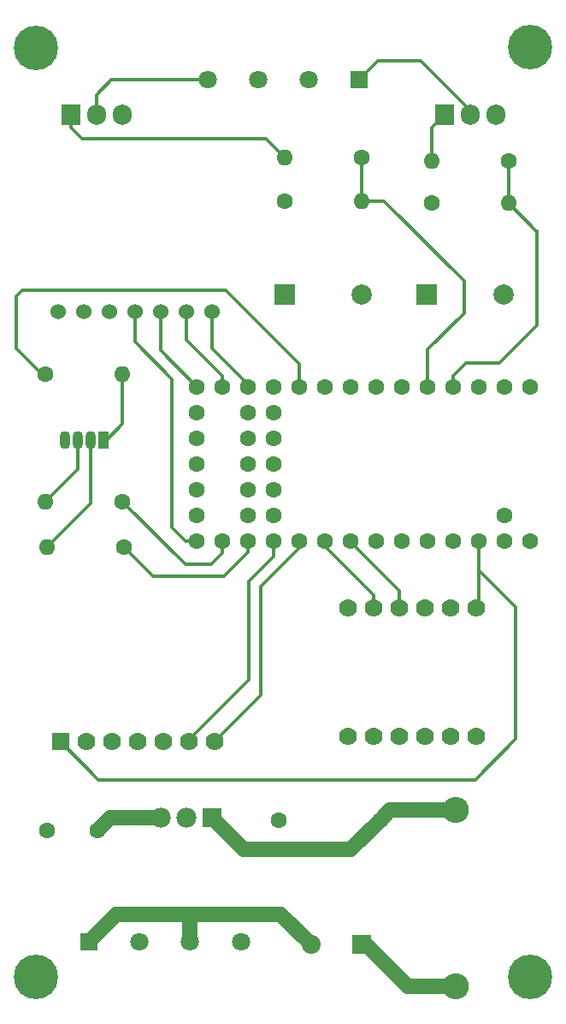
<source format=gbr>
%TF.GenerationSoftware,KiCad,Pcbnew,(6.0.1)*%
%TF.CreationDate,2022-04-27T15:56:50+10:00*%
%TF.ProjectId,bellerophon,62656c6c-6572-46f7-9068-6f6e2e6b6963,rev?*%
%TF.SameCoordinates,Original*%
%TF.FileFunction,Copper,L1,Top*%
%TF.FilePolarity,Positive*%
%FSLAX46Y46*%
G04 Gerber Fmt 4.6, Leading zero omitted, Abs format (unit mm)*
G04 Created by KiCad (PCBNEW (6.0.1)) date 2022-04-27 15:56:50*
%MOMM*%
%LPD*%
G01*
G04 APERTURE LIST*
%TA.AperFunction,ComponentPad*%
%ADD10R,1.905000X2.000000*%
%TD*%
%TA.AperFunction,ComponentPad*%
%ADD11O,1.905000X2.000000*%
%TD*%
%TA.AperFunction,ComponentPad*%
%ADD12C,4.400000*%
%TD*%
%TA.AperFunction,ComponentPad*%
%ADD13O,2.600000X2.600000*%
%TD*%
%TA.AperFunction,ComponentPad*%
%ADD14C,1.600000*%
%TD*%
%TA.AperFunction,ComponentPad*%
%ADD15O,1.600000X1.600000*%
%TD*%
%TA.AperFunction,ComponentPad*%
%ADD16R,1.070000X1.800000*%
%TD*%
%TA.AperFunction,ComponentPad*%
%ADD17O,1.070000X1.800000*%
%TD*%
%TA.AperFunction,ComponentPad*%
%ADD18R,1.980000X1.980000*%
%TD*%
%TA.AperFunction,ComponentPad*%
%ADD19C,1.980000*%
%TD*%
%TA.AperFunction,ComponentPad*%
%ADD20R,1.800000X1.800000*%
%TD*%
%TA.AperFunction,ComponentPad*%
%ADD21C,1.800000*%
%TD*%
%TA.AperFunction,ComponentPad*%
%ADD22C,1.524000*%
%TD*%
%TA.AperFunction,ComponentPad*%
%ADD23R,1.778000X1.778000*%
%TD*%
%TA.AperFunction,ComponentPad*%
%ADD24C,1.778000*%
%TD*%
%TA.AperFunction,ComponentPad*%
%ADD25R,2.000000X2.000000*%
%TD*%
%TA.AperFunction,ComponentPad*%
%ADD26C,2.000000*%
%TD*%
%TA.AperFunction,ComponentPad*%
%ADD27R,1.875000X1.875000*%
%TD*%
%TA.AperFunction,ComponentPad*%
%ADD28C,1.875000*%
%TD*%
%TA.AperFunction,Conductor*%
%ADD29C,1.500000*%
%TD*%
%TA.AperFunction,Conductor*%
%ADD30C,0.300000*%
%TD*%
G04 APERTURE END LIST*
D10*
%TO.P,Q1,1,G*%
%TO.N,Net-(Q1-Pad1)*%
X168460000Y-57745000D03*
D11*
%TO.P,Q1,2,D*%
%TO.N,Net-(PYRO1-Pad1)*%
X171000000Y-57745000D03*
%TO.P,Q1,3,S*%
%TO.N,GND*%
X173540000Y-57745000D03*
%TD*%
D12*
%TO.P,H1,1,1*%
%TO.N,GND*%
X128000000Y-143000000D03*
%TD*%
D13*
%TO.P,D2,1,K*%
%TO.N,Net-(D2-Pad1)*%
X169600000Y-143950000D03*
%TO.P,D2,2,A*%
%TO.N,BATT+*%
X169600000Y-126500000D03*
%TD*%
D14*
%TO.P,R6,1*%
%TO.N,GND*%
X152690000Y-66300000D03*
D15*
%TO.P,R6,2*%
%TO.N,/PY2*%
X160310000Y-66300000D03*
%TD*%
D16*
%TO.P,D1,1,BA*%
%TO.N,Net-(D1-Pad1)*%
X134700000Y-89900000D03*
D17*
%TO.P,D1,2,GA*%
%TO.N,Net-(D1-Pad2)*%
X133430000Y-89900000D03*
%TO.P,D1,3,RA*%
%TO.N,Net-(D1-Pad3)*%
X132160000Y-89900000D03*
%TO.P,D1,4,K*%
%TO.N,GND*%
X130890000Y-89900000D03*
%TD*%
D14*
%TO.P,R3,1*%
%TO.N,RGB3*%
X128990000Y-83400000D03*
D15*
%TO.P,R3,2*%
%TO.N,Net-(D1-Pad1)*%
X136610000Y-83400000D03*
%TD*%
D18*
%TO.P,IC1,1,INPUT*%
%TO.N,BATT+*%
X145450000Y-127230000D03*
D19*
%TO.P,IC1,2,GND*%
%TO.N,GND*%
X142900000Y-127230000D03*
%TO.P,IC1,3,OUTPUT*%
%TO.N,+5V*%
X140350000Y-127230000D03*
%TD*%
D14*
%TO.P,R7,1*%
%TO.N,/PY2*%
X160310000Y-62000000D03*
D15*
%TO.P,R7,2*%
%TO.N,Net-(Q2-Pad1)*%
X152690000Y-62000000D03*
%TD*%
D12*
%TO.P,H4,1,1*%
%TO.N,GND*%
X177000000Y-51021320D03*
%TD*%
D20*
%TO.P,PYRO1,1,Pin_1*%
%TO.N,Net-(PYRO1-Pad1)*%
X160000000Y-54300000D03*
D21*
%TO.P,PYRO1,2,Pin_2*%
%TO.N,BATT+*%
X155000000Y-54300000D03*
%TO.P,PYRO1,3,Pin_3*%
X150000000Y-54300000D03*
%TO.P,PYRO1,4,Pin_4*%
%TO.N,Net-(PYRO1-Pad4)*%
X145000000Y-54300000D03*
%TD*%
D12*
%TO.P,H2,1,1*%
%TO.N,GND*%
X177000000Y-143000000D03*
%TD*%
%TO.P,H3,1,1*%
%TO.N,GND*%
X128000000Y-51121320D03*
%TD*%
D22*
%TO.P,U3,1,V_in*%
%TO.N,+3.3V*%
X130180000Y-77250000D03*
%TO.P,U3,2,3.3V_out*%
%TO.N,unconnected-(U3-Pad2)*%
X132720000Y-77250000D03*
%TO.P,U3,3,GND*%
%TO.N,GND*%
X135260000Y-77250000D03*
%TO.P,U3,4,SCK*%
%TO.N,/SCK*%
X137800000Y-77250000D03*
%TO.P,U3,5,MISO*%
%TO.N,/MISO*%
X140340000Y-77250000D03*
%TO.P,U3,6,MOSI*%
%TO.N,/MOSI*%
X142880000Y-77250000D03*
%TO.P,U3,7,SS*%
%TO.N,/CS*%
X145420000Y-77250000D03*
%TD*%
D14*
%TO.P,C1,1*%
%TO.N,BATT+*%
X162100000Y-127500000D03*
%TO.P,C1,2*%
%TO.N,GND*%
X152100000Y-127500000D03*
%TD*%
D10*
%TO.P,Q2,1,G*%
%TO.N,Net-(Q2-Pad1)*%
X131500000Y-57745000D03*
D11*
%TO.P,Q2,2,D*%
%TO.N,Net-(PYRO1-Pad4)*%
X134040000Y-57745000D03*
%TO.P,Q2,3,S*%
%TO.N,GND*%
X136580000Y-57745000D03*
%TD*%
D23*
%TO.P,IC2,1,Vin*%
%TO.N,+3.3V*%
X130480000Y-119740000D03*
D24*
%TO.P,IC2,2,GND*%
%TO.N,GND*%
X133020000Y-119740000D03*
%TO.P,IC2,3,3vo*%
%TO.N,unconnected-(IC2-Pad3)*%
X135560000Y-119740000D03*
%TO.P,IC2,4,INT2*%
%TO.N,unconnected-(IC2-Pad4)*%
X138100000Y-119740000D03*
%TO.P,IC2,5,INT1*%
%TO.N,unconnected-(IC2-Pad5)*%
X140640000Y-119740000D03*
%TO.P,IC2,6,SCL*%
%TO.N,MPL3115A2 SCL*%
X143180000Y-119740000D03*
%TO.P,IC2,7,SDA*%
%TO.N,MPL3115A2 SDA*%
X145720000Y-119740000D03*
%TD*%
D25*
%TO.P,BZ1,1,-*%
%TO.N,BZR1*%
X152700000Y-75500000D03*
D26*
%TO.P,BZ1,2,+*%
%TO.N,GND*%
X160300000Y-75500000D03*
%TD*%
D25*
%TO.P,BZ2,1,-*%
%TO.N,BZR2*%
X166700000Y-75500000D03*
D26*
%TO.P,BZ2,2,+*%
%TO.N,GND*%
X174300000Y-75500000D03*
%TD*%
D14*
%TO.P,R2,1*%
%TO.N,RGB2*%
X136700000Y-100500000D03*
D15*
%TO.P,R2,2*%
%TO.N,Net-(D1-Pad2)*%
X129080000Y-100500000D03*
%TD*%
D14*
%TO.P,R1,1*%
%TO.N,RGB1*%
X136610000Y-96000000D03*
D15*
%TO.P,R1,2*%
%TO.N,Net-(D1-Pad3)*%
X128990000Y-96000000D03*
%TD*%
D14*
%TO.P,R4,1*%
%TO.N,GND*%
X167200000Y-66500000D03*
D15*
%TO.P,R4,2*%
%TO.N,/PY1*%
X174820000Y-66500000D03*
%TD*%
D20*
%TO.P,BATT1,1,Pin_1*%
%TO.N,Net-(BATT1-Pad1)*%
X133300000Y-139500000D03*
D21*
%TO.P,BATT1,2,Pin_2*%
%TO.N,GND*%
X138300000Y-139500000D03*
%TO.P,BATT1,3,Pin_3*%
%TO.N,Net-(BATT1-Pad1)*%
X143300000Y-139500000D03*
%TO.P,BATT1,4,Pin_4*%
%TO.N,GND*%
X148300000Y-139500000D03*
%TD*%
D27*
%TO.P,SWITCH1,1,Pin_1*%
%TO.N,Net-(D2-Pad1)*%
X160250000Y-139800000D03*
D28*
%TO.P,SWITCH1,2,Pin_2*%
%TO.N,Net-(BATT1-Pad1)*%
X155250000Y-139800000D03*
%TD*%
D14*
%TO.P,U2,1,GND*%
%TO.N,GND*%
X176975000Y-84680000D03*
%TO.P,U2,2,0_RX1_CRX2_CS1*%
%TO.N,unconnected-(U2-Pad2)*%
X174435000Y-84680000D03*
%TO.P,U2,3,1_TX1_CTX2_MISO1*%
%TO.N,unconnected-(U2-Pad3)*%
X171895000Y-84680000D03*
%TO.P,U2,4,2_OUT2*%
%TO.N,/PY1*%
X169355000Y-84680000D03*
%TO.P,U2,5,3_LRCLK2*%
%TO.N,/PY2*%
X166815000Y-84680000D03*
%TO.P,U2,6,4_BCLK2*%
%TO.N,unconnected-(U2-Pad6)*%
X164275000Y-84680000D03*
%TO.P,U2,7,5_IN2*%
%TO.N,unconnected-(U2-Pad7)*%
X161735000Y-84680000D03*
%TO.P,U2,8,6_OUT1D*%
%TO.N,BZR2*%
X159195000Y-84680000D03*
%TO.P,U2,9,7_RX2_OUT1A*%
%TO.N,BZR1*%
X156655000Y-84680000D03*
%TO.P,U2,10,8_TX2_IN1*%
%TO.N,RGB3*%
X154115000Y-84680000D03*
%TO.P,U2,11,9_OUT1C*%
%TO.N,unconnected-(U2-Pad11)*%
X151575000Y-84680000D03*
%TO.P,U2,12,10_CS_MQSR*%
%TO.N,/CS*%
X149035000Y-84680000D03*
%TO.P,U2,13,11_MOSI_CTX1*%
%TO.N,/MOSI*%
X146495000Y-84680000D03*
%TO.P,U2,14,12_MISO_MQSL*%
%TO.N,/MISO*%
X143955000Y-84680000D03*
%TO.P,U2,15,VBAT*%
%TO.N,unconnected-(U2-Pad15)*%
X143955000Y-87220000D03*
%TO.P,U2,16,3V3*%
%TO.N,unconnected-(U2-Pad16)*%
X143955000Y-89760000D03*
%TO.P,U2,17,GND*%
%TO.N,unconnected-(U2-Pad17)*%
X143955000Y-92300000D03*
%TO.P,U2,18,PROGRAM*%
%TO.N,unconnected-(U2-Pad18)*%
X143955000Y-94840000D03*
%TO.P,U2,19,ON_OFF*%
%TO.N,unconnected-(U2-Pad19)*%
X143955000Y-97380000D03*
%TO.P,U2,20,13_SCK_CRX1_LED*%
%TO.N,/SCK*%
X143955000Y-99920000D03*
%TO.P,U2,21,14_A0_TX3_SPDIF_OUT*%
%TO.N,RGB1*%
X146495000Y-99920000D03*
%TO.P,U2,22,15_A1_RX3_SPDIF_IN*%
%TO.N,RGB2*%
X149035000Y-99920000D03*
%TO.P,U2,23,16_A2_RX4_SCL1*%
%TO.N,MPL3115A2 SCL*%
X151575000Y-99920000D03*
%TO.P,U2,24,17_A3_TX4_SDA1*%
%TO.N,MPL3115A2 SDA*%
X154115000Y-99920000D03*
%TO.P,U2,25,18_A4_SDA0*%
%TO.N,/SDA0*%
X156655000Y-99920000D03*
%TO.P,U2,26,19_A5_SCL0*%
%TO.N,/SCL0*%
X159195000Y-99920000D03*
%TO.P,U2,27,20_A6_TX5_LRCLK1*%
%TO.N,unconnected-(U2-Pad27)*%
X161735000Y-99920000D03*
%TO.P,U2,28,21_A7_RX5_BCLK1*%
%TO.N,unconnected-(U2-Pad28)*%
X164275000Y-99920000D03*
%TO.P,U2,29,22_A8_CTX1*%
%TO.N,unconnected-(U2-Pad29)*%
X166815000Y-99920000D03*
%TO.P,U2,30,23_A9_CRX1_MCLK1*%
%TO.N,unconnected-(U2-Pad30)*%
X169355000Y-99920000D03*
%TO.P,U2,31,3V3*%
%TO.N,+3.3V*%
X171895000Y-99920000D03*
%TO.P,U2,32,GND*%
%TO.N,GND*%
X174435000Y-99920000D03*
%TO.P,U2,33,VIN*%
%TO.N,+5V*%
X176975000Y-99920000D03*
%TO.P,U2,34,VUSB*%
%TO.N,unconnected-(U2-Pad34)*%
X174435000Y-97380000D03*
%TO.P,U2,35,24_A10_TX6_SCL2*%
%TO.N,unconnected-(U2-Pad35)*%
X149035000Y-97380000D03*
%TO.P,U2,36,25_A11_RX6_SDA2*%
%TO.N,unconnected-(U2-Pad36)*%
X151575000Y-97380000D03*
%TO.P,U2,37,26_A12_MOSI1*%
%TO.N,unconnected-(U2-Pad37)*%
X149035000Y-94840000D03*
%TO.P,U2,38,27_A13_SCK1*%
%TO.N,unconnected-(U2-Pad38)*%
X151575000Y-94840000D03*
%TO.P,U2,39,28_RX7*%
%TO.N,unconnected-(U2-Pad39)*%
X149035000Y-92300000D03*
%TO.P,U2,40,29_TX7*%
%TO.N,unconnected-(U2-Pad40)*%
X151575000Y-92300000D03*
%TO.P,U2,41,30_CRX3*%
%TO.N,unconnected-(U2-Pad41)*%
X149035000Y-89760000D03*
%TO.P,U2,42,31_CTX3*%
%TO.N,unconnected-(U2-Pad42)*%
X151575000Y-89760000D03*
%TO.P,U2,43,32_OUT1B*%
%TO.N,unconnected-(U2-Pad43)*%
X149035000Y-87220000D03*
%TO.P,U2,44,33_MCLK2*%
%TO.N,unconnected-(U2-Pad44)*%
X151575000Y-87220000D03*
%TD*%
%TO.P,R5,1*%
%TO.N,/PY1*%
X174800000Y-62300000D03*
D15*
%TO.P,R5,2*%
%TO.N,Net-(Q1-Pad1)*%
X167180000Y-62300000D03*
%TD*%
D14*
%TO.P,C2,1*%
%TO.N,+5V*%
X134100000Y-128500000D03*
%TO.P,C2,2*%
%TO.N,GND*%
X129100000Y-128500000D03*
%TD*%
D24*
%TO.P,U1,1,VIN*%
%TO.N,+3.3V*%
X171664988Y-106494475D03*
%TO.P,U1,2,1.8V_OUT*%
%TO.N,unconnected-(U1-Pad2)*%
X169124988Y-106494475D03*
%TO.P,U1,3,GND*%
%TO.N,GND*%
X166584988Y-106494475D03*
%TO.P,U1,4,SCL*%
%TO.N,/SCL0*%
X164044988Y-106494475D03*
%TO.P,U1,5,SDA*%
%TO.N,/SDA0*%
X161504988Y-106494475D03*
%TO.P,U1,6,INT*%
%TO.N,unconnected-(U1-Pad6)*%
X158964988Y-106494475D03*
%TO.P,U1,7,FS*%
%TO.N,unconnected-(U1-Pad7)*%
X171664988Y-119194475D03*
%TO.P,U1,8,AD*%
%TO.N,unconnected-(U1-Pad8)*%
X169124988Y-119194475D03*
%TO.P,U1,9,AC*%
%TO.N,unconnected-(U1-Pad9)*%
X166584988Y-119194475D03*
%TO.P,U1,10,G*%
%TO.N,unconnected-(U1-Pad10)*%
X164044988Y-119194475D03*
%TO.P,U1,11,SDO*%
%TO.N,unconnected-(U1-Pad11)*%
X161504988Y-119194475D03*
%TO.P,U1,12,CS*%
%TO.N,unconnected-(U1-Pad12)*%
X158964988Y-119194475D03*
%TD*%
D29*
%TO.N,+5V*%
X135370000Y-127230000D02*
X134100000Y-128500000D01*
X140350000Y-127230000D02*
X135370000Y-127230000D01*
D30*
%TO.N,Net-(D1-Pad1)*%
X136610000Y-83400000D02*
X136610000Y-88304520D01*
X136610000Y-88304520D02*
X135014520Y-89900000D01*
%TO.N,Net-(D1-Pad2)*%
X133430000Y-96150000D02*
X133430000Y-89900000D01*
X129080000Y-100500000D02*
X133430000Y-96150000D01*
%TO.N,Net-(D1-Pad3)*%
X132160000Y-92830000D02*
X132160000Y-89900000D01*
X128990000Y-96000000D02*
X132160000Y-92830000D01*
%TO.N,+3.3V*%
X171900000Y-106259463D02*
X171900000Y-102800000D01*
X175500000Y-110329487D02*
X175500000Y-106400000D01*
X171500000Y-123500000D02*
X175500000Y-119500000D01*
X134240000Y-123500000D02*
X171500000Y-123500000D01*
X175500000Y-106400000D02*
X171900000Y-102800000D01*
X171900000Y-102800000D02*
X171900000Y-99925000D01*
X175500000Y-119500000D02*
X175500000Y-110329487D01*
X171664988Y-106494475D02*
X171900000Y-106259463D01*
X130480000Y-119740000D02*
X134240000Y-123500000D01*
%TO.N,MPL3115A2 SCL*%
X143180000Y-119520000D02*
X143180000Y-119740000D01*
X149100000Y-103900000D02*
X149100000Y-113600000D01*
X149100000Y-113600000D02*
X143180000Y-119520000D01*
X151575000Y-101425000D02*
X149100000Y-103900000D01*
X151575000Y-99920000D02*
X151575000Y-101425000D01*
%TO.N,MPL3115A2 SDA*%
X150300000Y-115160000D02*
X145720000Y-119740000D01*
X150300000Y-104400000D02*
X150300000Y-115160000D01*
X154115000Y-99920000D02*
X154115000Y-100585000D01*
X154115000Y-100585000D02*
X150300000Y-104400000D01*
%TO.N,Net-(Q1-Pad1)*%
X167180000Y-59025000D02*
X168460000Y-57745000D01*
X167180000Y-62300000D02*
X167180000Y-59025000D01*
%TO.N,Net-(Q2-Pad1)*%
X132555000Y-60100000D02*
X131500000Y-59045000D01*
X152690000Y-62000000D02*
X150790000Y-60100000D01*
X131500000Y-59045000D02*
X131500000Y-57745000D01*
X150790000Y-60100000D02*
X132555000Y-60100000D01*
%TO.N,RGB1*%
X145400000Y-102200000D02*
X142810000Y-102200000D01*
X146495000Y-101105000D02*
X145400000Y-102200000D01*
X142810000Y-102200000D02*
X136610000Y-96000000D01*
X146495000Y-99920000D02*
X146495000Y-101105000D01*
%TO.N,RGB2*%
X149035000Y-99920000D02*
X149035000Y-101051370D01*
X146686850Y-103399520D02*
X139599520Y-103399520D01*
X149035000Y-101051370D02*
X146686850Y-103399520D01*
X139599520Y-103399520D02*
X136700000Y-100500000D01*
%TO.N,RGB3*%
X128600000Y-83400000D02*
X128990000Y-83400000D01*
X126100000Y-80900000D02*
X128600000Y-83400000D01*
X154115000Y-82415000D02*
X146800000Y-75100000D01*
X126100000Y-75700000D02*
X126100000Y-80900000D01*
X146800000Y-75100000D02*
X126700000Y-75100000D01*
X126700000Y-75100000D02*
X126100000Y-75700000D01*
X154115000Y-84680000D02*
X154115000Y-82415000D01*
%TO.N,/PY1*%
X174800000Y-66480000D02*
X174800000Y-62300000D01*
X177550000Y-69230000D02*
X174820000Y-66500000D01*
X177600000Y-69280000D02*
X177550000Y-69230000D01*
X177600000Y-78600000D02*
X177600000Y-69280000D01*
X173900000Y-82300000D02*
X177600000Y-78600000D01*
X177550000Y-69230000D02*
X174800000Y-66480000D01*
X169355000Y-83548630D02*
X170603630Y-82300000D01*
X170603630Y-82300000D02*
X173900000Y-82300000D01*
X169355000Y-84680000D02*
X169355000Y-83548630D01*
%TO.N,/PY2*%
X160310000Y-66300000D02*
X160310000Y-62000000D01*
X162500000Y-66300000D02*
X160310000Y-66300000D01*
X170400000Y-74200000D02*
X162500000Y-66300000D01*
X170400000Y-77400000D02*
X170400000Y-74200000D01*
X166815000Y-84680000D02*
X166815000Y-80985000D01*
X166815000Y-80985000D02*
X170400000Y-77400000D01*
%TO.N,/SCL0*%
X164044988Y-106494475D02*
X164044988Y-104845593D01*
X159195000Y-99995605D02*
X159195000Y-99920000D01*
X164044988Y-104845593D02*
X159195000Y-99995605D01*
%TO.N,/SDA0*%
X156655000Y-100387252D02*
X156655000Y-99920000D01*
X161504988Y-105237240D02*
X156655000Y-100387252D01*
X161504988Y-106494475D02*
X161504988Y-105237240D01*
%TO.N,/CS*%
X149035000Y-84435000D02*
X149035000Y-84680000D01*
X145420000Y-80820000D02*
X149035000Y-84435000D01*
X145420000Y-77250000D02*
X145420000Y-80820000D01*
%TO.N,/MOSI*%
X142880000Y-77250000D02*
X142880000Y-79976378D01*
X142880000Y-79976378D02*
X146495000Y-83591378D01*
X146495000Y-83591378D02*
X146495000Y-84680000D01*
%TO.N,/SCK*%
X137800000Y-77250000D02*
X137800000Y-80221377D01*
X137800000Y-80221377D02*
X141489311Y-83910689D01*
X142823630Y-99920000D02*
X143955000Y-99920000D01*
X141489311Y-98585681D02*
X142823630Y-99920000D01*
X141489311Y-83910689D02*
X141489311Y-98585681D01*
%TO.N,/MISO*%
X140340000Y-81065000D02*
X143955000Y-84680000D01*
X140340000Y-77250000D02*
X140340000Y-81065000D01*
D29*
%TO.N,Net-(BATT1-Pad1)*%
X143300000Y-136900000D02*
X143200000Y-136800000D01*
X143200000Y-136800000D02*
X152250000Y-136800000D01*
X133300000Y-139500000D02*
X136000000Y-136800000D01*
X143300000Y-139500000D02*
X143300000Y-136900000D01*
X152250000Y-136800000D02*
X155250000Y-139800000D01*
X136000000Y-136800000D02*
X143200000Y-136800000D01*
D30*
%TO.N,Net-(PYRO1-Pad1)*%
X161900000Y-52400000D02*
X160000000Y-54300000D01*
X166100000Y-52400000D02*
X161900000Y-52400000D01*
X171000000Y-57745000D02*
X171000000Y-57300000D01*
X171000000Y-57300000D02*
X166100000Y-52400000D01*
%TO.N,Net-(PYRO1-Pad4)*%
X134040000Y-55760000D02*
X135500000Y-54300000D01*
X135500000Y-54300000D02*
X145000000Y-54300000D01*
X134040000Y-57745000D02*
X134040000Y-55760000D01*
D29*
%TO.N,Net-(D2-Pad1)*%
X164850000Y-143950000D02*
X169600000Y-143950000D01*
X160700000Y-139800000D02*
X164850000Y-143950000D01*
X160250000Y-139800000D02*
X160700000Y-139800000D01*
%TO.N,BATT+*%
X163100000Y-126500000D02*
X162100000Y-127500000D01*
X148620000Y-130400000D02*
X145450000Y-127230000D01*
X159200000Y-130400000D02*
X148620000Y-130400000D01*
X162100000Y-127500000D02*
X159200000Y-130400000D01*
X169600000Y-126500000D02*
X163100000Y-126500000D01*
%TD*%
M02*

</source>
